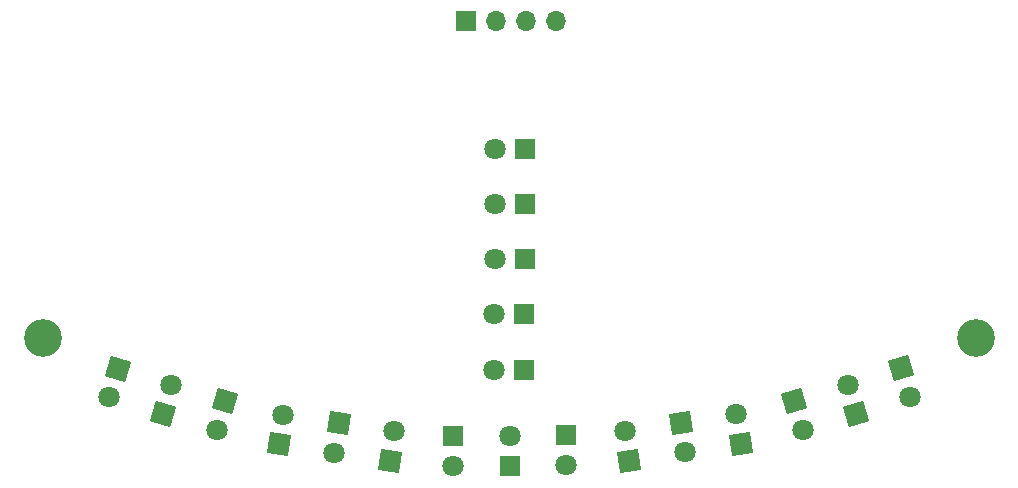
<source format=gbr>
%TF.GenerationSoftware,KiCad,Pcbnew,7.0.9*%
%TF.CreationDate,2025-05-06T13:12:29+09:00*%
%TF.ProjectId,Line_side&back,4c696e65-5f73-4696-9465-266261636b2e,rev?*%
%TF.SameCoordinates,Original*%
%TF.FileFunction,Soldermask,Bot*%
%TF.FilePolarity,Negative*%
%FSLAX46Y46*%
G04 Gerber Fmt 4.6, Leading zero omitted, Abs format (unit mm)*
G04 Created by KiCad (PCBNEW 7.0.9) date 2025-05-06 13:12:29*
%MOMM*%
%LPD*%
G01*
G04 APERTURE LIST*
G04 Aperture macros list*
%AMRotRect*
0 Rectangle, with rotation*
0 The origin of the aperture is its center*
0 $1 length*
0 $2 width*
0 $3 Rotation angle, in degrees counterclockwise*
0 Add horizontal line*
21,1,$1,$2,0,0,$3*%
G04 Aperture macros list end*
%ADD10RotRect,1.800000X1.800000X81.500000*%
%ADD11C,1.800000*%
%ADD12RotRect,1.800000X1.800000X253.000000*%
%ADD13R,1.700000X1.700000*%
%ADD14O,1.700000X1.700000*%
%ADD15R,1.800000X1.800000*%
%ADD16RotRect,1.800000X1.800000X107.000000*%
%ADD17RotRect,1.800000X1.800000X287.000000*%
%ADD18RotRect,1.800000X1.800000X98.500000*%
%ADD19RotRect,1.800000X1.800000X73.000000*%
%ADD20C,3.200000*%
%ADD21RotRect,1.800000X1.800000X278.500000*%
%ADD22RotRect,1.800000X1.800000X261.500000*%
G04 APERTURE END LIST*
D10*
%TO.C,D10*%
X131534026Y-152678362D03*
D11*
X131909462Y-150166262D03*
%TD*%
D12*
%TO.C,Q3*%
X117909496Y-146280516D03*
D11*
X117166872Y-148709530D03*
%TD*%
D13*
%TO.C,J1*%
X147360000Y-116860000D03*
D14*
X149900000Y-116860000D03*
X152440000Y-116860000D03*
X154980000Y-116860000D03*
%TD*%
D15*
%TO.C,Q6*%
X155840000Y-151920000D03*
D11*
X155840000Y-154460000D03*
%TD*%
D16*
%TO.C,D2*%
X180451331Y-150092653D03*
D11*
X179708707Y-147663639D03*
%TD*%
D17*
%TO.C,Q4*%
X184251947Y-146243260D03*
D11*
X184994571Y-148672274D03*
%TD*%
D15*
%TO.C,D6*%
X152365000Y-132330000D03*
D11*
X149825000Y-132330000D03*
%TD*%
D18*
%TO.C,D3*%
X170632337Y-152649416D03*
D11*
X170256901Y-150137316D03*
%TD*%
D17*
%TO.C,Q8*%
X175163336Y-149042841D03*
D11*
X175905960Y-151471855D03*
%TD*%
D19*
%TO.C,D8*%
X121706396Y-150107858D03*
D11*
X122449020Y-147678844D03*
%TD*%
D15*
%TO.C,Q16*%
X152345000Y-127660000D03*
D11*
X149805000Y-127660000D03*
%TD*%
D15*
%TO.C,Q7*%
X152355000Y-136980000D03*
D11*
X149815000Y-136980000D03*
%TD*%
D20*
%TO.C,REF\u002A\u002A*%
X190530000Y-143670000D03*
%TD*%
D10*
%TO.C,D1*%
X140942523Y-154064249D03*
D11*
X141317959Y-151552149D03*
%TD*%
D15*
%TO.C,D5*%
X151080000Y-154490000D03*
D11*
X151080000Y-151950000D03*
%TD*%
D21*
%TO.C,Q10*%
X165570444Y-150847823D03*
D11*
X165945880Y-153359923D03*
%TD*%
D15*
%TO.C,D7*%
X152325000Y-141640000D03*
D11*
X149785000Y-141640000D03*
%TD*%
D22*
%TO.C,Q5*%
X136605809Y-150878247D03*
D11*
X136230373Y-153390347D03*
%TD*%
D20*
%TO.C,REF\u002A\u002A*%
X111590000Y-143700000D03*
%TD*%
D18*
%TO.C,D4*%
X161229752Y-154074864D03*
D11*
X160854316Y-151562764D03*
%TD*%
D15*
%TO.C,Q1*%
X146330000Y-151940000D03*
D11*
X146330000Y-154480000D03*
%TD*%
D15*
%TO.C,Q15*%
X152330000Y-146380000D03*
D11*
X149790000Y-146380000D03*
%TD*%
D12*
%TO.C,Q14*%
X127009802Y-149041844D03*
D11*
X126267178Y-151470858D03*
%TD*%
M02*

</source>
